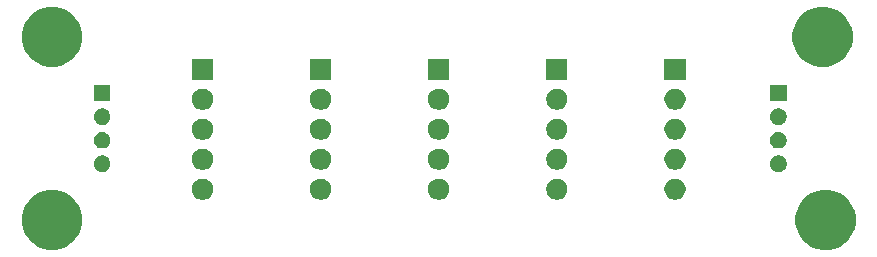
<source format=gbr>
G04 #@! TF.GenerationSoftware,KiCad,Pcbnew,(5.1.5)-3*
G04 #@! TF.CreationDate,2020-08-31T21:18:36+01:00*
G04 #@! TF.ProjectId,groveToPi,67726f76-6554-46f5-9069-2e6b69636164,1.0.1*
G04 #@! TF.SameCoordinates,Original*
G04 #@! TF.FileFunction,Soldermask,Bot*
G04 #@! TF.FilePolarity,Negative*
%FSLAX46Y46*%
G04 Gerber Fmt 4.6, Leading zero omitted, Abs format (unit mm)*
G04 Created by KiCad (PCBNEW (5.1.5)-3) date 2020-08-31 21:18:36*
%MOMM*%
%LPD*%
G04 APERTURE LIST*
%ADD10C,0.150000*%
G04 APERTURE END LIST*
D10*
G36*
X155494041Y-110297226D02*
G01*
X155958257Y-110489510D01*
X156376042Y-110768665D01*
X156731335Y-111123958D01*
X157010490Y-111541743D01*
X157202774Y-112005959D01*
X157300800Y-112498768D01*
X157300800Y-113001232D01*
X157202774Y-113494041D01*
X157010490Y-113958257D01*
X156731335Y-114376042D01*
X156376042Y-114731335D01*
X155958257Y-115010490D01*
X155494041Y-115202774D01*
X155001232Y-115300800D01*
X154498768Y-115300800D01*
X154005959Y-115202774D01*
X153541743Y-115010490D01*
X153123958Y-114731335D01*
X152768665Y-114376042D01*
X152489510Y-113958257D01*
X152297226Y-113494041D01*
X152199200Y-113001232D01*
X152199200Y-112498768D01*
X152297226Y-112005959D01*
X152489510Y-111541743D01*
X152768665Y-111123958D01*
X153123958Y-110768665D01*
X153541743Y-110489510D01*
X154005959Y-110297226D01*
X154498768Y-110199200D01*
X155001232Y-110199200D01*
X155494041Y-110297226D01*
G37*
G36*
X89994041Y-110297226D02*
G01*
X90458257Y-110489510D01*
X90876042Y-110768665D01*
X91231335Y-111123958D01*
X91510490Y-111541743D01*
X91702774Y-112005959D01*
X91800800Y-112498768D01*
X91800800Y-113001232D01*
X91702774Y-113494041D01*
X91510490Y-113958257D01*
X91231335Y-114376042D01*
X90876042Y-114731335D01*
X90458257Y-115010490D01*
X89994041Y-115202774D01*
X89501232Y-115300800D01*
X88998768Y-115300800D01*
X88505959Y-115202774D01*
X88041743Y-115010490D01*
X87623958Y-114731335D01*
X87268665Y-114376042D01*
X86989510Y-113958257D01*
X86797226Y-113494041D01*
X86699200Y-113001232D01*
X86699200Y-112498768D01*
X86797226Y-112005959D01*
X86989510Y-111541743D01*
X87268665Y-111123958D01*
X87623958Y-110768665D01*
X88041743Y-110489510D01*
X88505959Y-110297226D01*
X88998768Y-110199200D01*
X89501232Y-110199200D01*
X89994041Y-110297226D01*
G37*
G36*
X132262754Y-109293817D02*
G01*
X132426689Y-109361721D01*
X132574227Y-109460303D01*
X132699697Y-109585773D01*
X132798279Y-109733311D01*
X132866183Y-109897246D01*
X132900800Y-110071279D01*
X132900800Y-110248721D01*
X132866183Y-110422754D01*
X132798279Y-110586689D01*
X132699697Y-110734227D01*
X132574227Y-110859697D01*
X132426689Y-110958279D01*
X132262754Y-111026183D01*
X132088721Y-111060800D01*
X131911279Y-111060800D01*
X131737246Y-111026183D01*
X131573311Y-110958279D01*
X131425773Y-110859697D01*
X131300303Y-110734227D01*
X131201721Y-110586689D01*
X131133817Y-110422754D01*
X131099200Y-110248721D01*
X131099200Y-110071279D01*
X131133817Y-109897246D01*
X131201721Y-109733311D01*
X131300303Y-109585773D01*
X131425773Y-109460303D01*
X131573311Y-109361721D01*
X131737246Y-109293817D01*
X131911279Y-109259200D01*
X132088721Y-109259200D01*
X132262754Y-109293817D01*
G37*
G36*
X122262754Y-109293817D02*
G01*
X122426689Y-109361721D01*
X122574227Y-109460303D01*
X122699697Y-109585773D01*
X122798279Y-109733311D01*
X122866183Y-109897246D01*
X122900800Y-110071279D01*
X122900800Y-110248721D01*
X122866183Y-110422754D01*
X122798279Y-110586689D01*
X122699697Y-110734227D01*
X122574227Y-110859697D01*
X122426689Y-110958279D01*
X122262754Y-111026183D01*
X122088721Y-111060800D01*
X121911279Y-111060800D01*
X121737246Y-111026183D01*
X121573311Y-110958279D01*
X121425773Y-110859697D01*
X121300303Y-110734227D01*
X121201721Y-110586689D01*
X121133817Y-110422754D01*
X121099200Y-110248721D01*
X121099200Y-110071279D01*
X121133817Y-109897246D01*
X121201721Y-109733311D01*
X121300303Y-109585773D01*
X121425773Y-109460303D01*
X121573311Y-109361721D01*
X121737246Y-109293817D01*
X121911279Y-109259200D01*
X122088721Y-109259200D01*
X122262754Y-109293817D01*
G37*
G36*
X112262754Y-109293817D02*
G01*
X112426689Y-109361721D01*
X112574227Y-109460303D01*
X112699697Y-109585773D01*
X112798279Y-109733311D01*
X112866183Y-109897246D01*
X112900800Y-110071279D01*
X112900800Y-110248721D01*
X112866183Y-110422754D01*
X112798279Y-110586689D01*
X112699697Y-110734227D01*
X112574227Y-110859697D01*
X112426689Y-110958279D01*
X112262754Y-111026183D01*
X112088721Y-111060800D01*
X111911279Y-111060800D01*
X111737246Y-111026183D01*
X111573311Y-110958279D01*
X111425773Y-110859697D01*
X111300303Y-110734227D01*
X111201721Y-110586689D01*
X111133817Y-110422754D01*
X111099200Y-110248721D01*
X111099200Y-110071279D01*
X111133817Y-109897246D01*
X111201721Y-109733311D01*
X111300303Y-109585773D01*
X111425773Y-109460303D01*
X111573311Y-109361721D01*
X111737246Y-109293817D01*
X111911279Y-109259200D01*
X112088721Y-109259200D01*
X112262754Y-109293817D01*
G37*
G36*
X102262754Y-109293817D02*
G01*
X102426689Y-109361721D01*
X102574227Y-109460303D01*
X102699697Y-109585773D01*
X102798279Y-109733311D01*
X102866183Y-109897246D01*
X102900800Y-110071279D01*
X102900800Y-110248721D01*
X102866183Y-110422754D01*
X102798279Y-110586689D01*
X102699697Y-110734227D01*
X102574227Y-110859697D01*
X102426689Y-110958279D01*
X102262754Y-111026183D01*
X102088721Y-111060800D01*
X101911279Y-111060800D01*
X101737246Y-111026183D01*
X101573311Y-110958279D01*
X101425773Y-110859697D01*
X101300303Y-110734227D01*
X101201721Y-110586689D01*
X101133817Y-110422754D01*
X101099200Y-110248721D01*
X101099200Y-110071279D01*
X101133817Y-109897246D01*
X101201721Y-109733311D01*
X101300303Y-109585773D01*
X101425773Y-109460303D01*
X101573311Y-109361721D01*
X101737246Y-109293817D01*
X101911279Y-109259200D01*
X102088721Y-109259200D01*
X102262754Y-109293817D01*
G37*
G36*
X142262754Y-109293817D02*
G01*
X142426689Y-109361721D01*
X142574227Y-109460303D01*
X142699697Y-109585773D01*
X142798279Y-109733311D01*
X142866183Y-109897246D01*
X142900800Y-110071279D01*
X142900800Y-110248721D01*
X142866183Y-110422754D01*
X142798279Y-110586689D01*
X142699697Y-110734227D01*
X142574227Y-110859697D01*
X142426689Y-110958279D01*
X142262754Y-111026183D01*
X142088721Y-111060800D01*
X141911279Y-111060800D01*
X141737246Y-111026183D01*
X141573311Y-110958279D01*
X141425773Y-110859697D01*
X141300303Y-110734227D01*
X141201721Y-110586689D01*
X141133817Y-110422754D01*
X141099200Y-110248721D01*
X141099200Y-110071279D01*
X141133817Y-109897246D01*
X141201721Y-109733311D01*
X141300303Y-109585773D01*
X141425773Y-109460303D01*
X141573311Y-109361721D01*
X141737246Y-109293817D01*
X141911279Y-109259200D01*
X142088721Y-109259200D01*
X142262754Y-109293817D01*
G37*
G36*
X93705583Y-107322285D02*
G01*
X93833847Y-107375414D01*
X93949285Y-107452547D01*
X94047453Y-107550715D01*
X94124586Y-107666153D01*
X94177715Y-107794417D01*
X94204800Y-107930583D01*
X94204800Y-108069417D01*
X94177715Y-108205583D01*
X94124586Y-108333847D01*
X94124585Y-108333848D01*
X94068171Y-108418279D01*
X94047453Y-108449285D01*
X93949285Y-108547453D01*
X93833847Y-108624586D01*
X93705583Y-108677715D01*
X93569417Y-108704800D01*
X93430583Y-108704800D01*
X93294417Y-108677715D01*
X93166153Y-108624586D01*
X93050715Y-108547453D01*
X92952547Y-108449285D01*
X92931830Y-108418279D01*
X92875415Y-108333848D01*
X92875414Y-108333847D01*
X92822285Y-108205583D01*
X92795200Y-108069417D01*
X92795200Y-107930583D01*
X92822285Y-107794417D01*
X92875414Y-107666153D01*
X92952547Y-107550715D01*
X93050715Y-107452547D01*
X93166153Y-107375414D01*
X93294417Y-107322285D01*
X93430583Y-107295200D01*
X93569417Y-107295200D01*
X93705583Y-107322285D01*
G37*
G36*
X150955583Y-107322285D02*
G01*
X151083847Y-107375414D01*
X151199285Y-107452547D01*
X151297453Y-107550715D01*
X151374586Y-107666153D01*
X151427715Y-107794417D01*
X151454800Y-107930583D01*
X151454800Y-108069417D01*
X151427715Y-108205583D01*
X151374586Y-108333847D01*
X151374585Y-108333848D01*
X151318171Y-108418279D01*
X151297453Y-108449285D01*
X151199285Y-108547453D01*
X151083847Y-108624586D01*
X150955583Y-108677715D01*
X150819417Y-108704800D01*
X150680583Y-108704800D01*
X150544417Y-108677715D01*
X150416153Y-108624586D01*
X150300715Y-108547453D01*
X150202547Y-108449285D01*
X150181830Y-108418279D01*
X150125415Y-108333848D01*
X150125414Y-108333847D01*
X150072285Y-108205583D01*
X150045200Y-108069417D01*
X150045200Y-107930583D01*
X150072285Y-107794417D01*
X150125414Y-107666153D01*
X150202547Y-107550715D01*
X150300715Y-107452547D01*
X150416153Y-107375414D01*
X150544417Y-107322285D01*
X150680583Y-107295200D01*
X150819417Y-107295200D01*
X150955583Y-107322285D01*
G37*
G36*
X142262754Y-106753817D02*
G01*
X142426689Y-106821721D01*
X142574227Y-106920303D01*
X142699697Y-107045773D01*
X142798279Y-107193311D01*
X142866183Y-107357246D01*
X142900800Y-107531279D01*
X142900800Y-107708721D01*
X142866183Y-107882754D01*
X142798279Y-108046689D01*
X142699697Y-108194227D01*
X142574227Y-108319697D01*
X142426689Y-108418279D01*
X142262754Y-108486183D01*
X142088721Y-108520800D01*
X141911279Y-108520800D01*
X141737246Y-108486183D01*
X141573311Y-108418279D01*
X141425773Y-108319697D01*
X141300303Y-108194227D01*
X141201721Y-108046689D01*
X141133817Y-107882754D01*
X141099200Y-107708721D01*
X141099200Y-107531279D01*
X141133817Y-107357246D01*
X141201721Y-107193311D01*
X141300303Y-107045773D01*
X141425773Y-106920303D01*
X141573311Y-106821721D01*
X141737246Y-106753817D01*
X141911279Y-106719200D01*
X142088721Y-106719200D01*
X142262754Y-106753817D01*
G37*
G36*
X102262754Y-106753817D02*
G01*
X102426689Y-106821721D01*
X102574227Y-106920303D01*
X102699697Y-107045773D01*
X102798279Y-107193311D01*
X102866183Y-107357246D01*
X102900800Y-107531279D01*
X102900800Y-107708721D01*
X102866183Y-107882754D01*
X102798279Y-108046689D01*
X102699697Y-108194227D01*
X102574227Y-108319697D01*
X102426689Y-108418279D01*
X102262754Y-108486183D01*
X102088721Y-108520800D01*
X101911279Y-108520800D01*
X101737246Y-108486183D01*
X101573311Y-108418279D01*
X101425773Y-108319697D01*
X101300303Y-108194227D01*
X101201721Y-108046689D01*
X101133817Y-107882754D01*
X101099200Y-107708721D01*
X101099200Y-107531279D01*
X101133817Y-107357246D01*
X101201721Y-107193311D01*
X101300303Y-107045773D01*
X101425773Y-106920303D01*
X101573311Y-106821721D01*
X101737246Y-106753817D01*
X101911279Y-106719200D01*
X102088721Y-106719200D01*
X102262754Y-106753817D01*
G37*
G36*
X112262754Y-106753817D02*
G01*
X112426689Y-106821721D01*
X112574227Y-106920303D01*
X112699697Y-107045773D01*
X112798279Y-107193311D01*
X112866183Y-107357246D01*
X112900800Y-107531279D01*
X112900800Y-107708721D01*
X112866183Y-107882754D01*
X112798279Y-108046689D01*
X112699697Y-108194227D01*
X112574227Y-108319697D01*
X112426689Y-108418279D01*
X112262754Y-108486183D01*
X112088721Y-108520800D01*
X111911279Y-108520800D01*
X111737246Y-108486183D01*
X111573311Y-108418279D01*
X111425773Y-108319697D01*
X111300303Y-108194227D01*
X111201721Y-108046689D01*
X111133817Y-107882754D01*
X111099200Y-107708721D01*
X111099200Y-107531279D01*
X111133817Y-107357246D01*
X111201721Y-107193311D01*
X111300303Y-107045773D01*
X111425773Y-106920303D01*
X111573311Y-106821721D01*
X111737246Y-106753817D01*
X111911279Y-106719200D01*
X112088721Y-106719200D01*
X112262754Y-106753817D01*
G37*
G36*
X122262754Y-106753817D02*
G01*
X122426689Y-106821721D01*
X122574227Y-106920303D01*
X122699697Y-107045773D01*
X122798279Y-107193311D01*
X122866183Y-107357246D01*
X122900800Y-107531279D01*
X122900800Y-107708721D01*
X122866183Y-107882754D01*
X122798279Y-108046689D01*
X122699697Y-108194227D01*
X122574227Y-108319697D01*
X122426689Y-108418279D01*
X122262754Y-108486183D01*
X122088721Y-108520800D01*
X121911279Y-108520800D01*
X121737246Y-108486183D01*
X121573311Y-108418279D01*
X121425773Y-108319697D01*
X121300303Y-108194227D01*
X121201721Y-108046689D01*
X121133817Y-107882754D01*
X121099200Y-107708721D01*
X121099200Y-107531279D01*
X121133817Y-107357246D01*
X121201721Y-107193311D01*
X121300303Y-107045773D01*
X121425773Y-106920303D01*
X121573311Y-106821721D01*
X121737246Y-106753817D01*
X121911279Y-106719200D01*
X122088721Y-106719200D01*
X122262754Y-106753817D01*
G37*
G36*
X132262754Y-106753817D02*
G01*
X132426689Y-106821721D01*
X132574227Y-106920303D01*
X132699697Y-107045773D01*
X132798279Y-107193311D01*
X132866183Y-107357246D01*
X132900800Y-107531279D01*
X132900800Y-107708721D01*
X132866183Y-107882754D01*
X132798279Y-108046689D01*
X132699697Y-108194227D01*
X132574227Y-108319697D01*
X132426689Y-108418279D01*
X132262754Y-108486183D01*
X132088721Y-108520800D01*
X131911279Y-108520800D01*
X131737246Y-108486183D01*
X131573311Y-108418279D01*
X131425773Y-108319697D01*
X131300303Y-108194227D01*
X131201721Y-108046689D01*
X131133817Y-107882754D01*
X131099200Y-107708721D01*
X131099200Y-107531279D01*
X131133817Y-107357246D01*
X131201721Y-107193311D01*
X131300303Y-107045773D01*
X131425773Y-106920303D01*
X131573311Y-106821721D01*
X131737246Y-106753817D01*
X131911279Y-106719200D01*
X132088721Y-106719200D01*
X132262754Y-106753817D01*
G37*
G36*
X93705583Y-105322285D02*
G01*
X93833847Y-105375414D01*
X93949285Y-105452547D01*
X94047453Y-105550715D01*
X94124586Y-105666153D01*
X94177715Y-105794417D01*
X94204800Y-105930583D01*
X94204800Y-106069417D01*
X94177715Y-106205583D01*
X94124586Y-106333847D01*
X94047453Y-106449285D01*
X93949285Y-106547453D01*
X93833847Y-106624586D01*
X93705583Y-106677715D01*
X93569417Y-106704800D01*
X93430583Y-106704800D01*
X93294417Y-106677715D01*
X93166153Y-106624586D01*
X93050715Y-106547453D01*
X92952547Y-106449285D01*
X92875414Y-106333847D01*
X92822285Y-106205583D01*
X92795200Y-106069417D01*
X92795200Y-105930583D01*
X92822285Y-105794417D01*
X92875414Y-105666153D01*
X92952547Y-105550715D01*
X93050715Y-105452547D01*
X93166153Y-105375414D01*
X93294417Y-105322285D01*
X93430583Y-105295200D01*
X93569417Y-105295200D01*
X93705583Y-105322285D01*
G37*
G36*
X150955583Y-105322285D02*
G01*
X151083847Y-105375414D01*
X151199285Y-105452547D01*
X151297453Y-105550715D01*
X151374586Y-105666153D01*
X151427715Y-105794417D01*
X151454800Y-105930583D01*
X151454800Y-106069417D01*
X151427715Y-106205583D01*
X151374586Y-106333847D01*
X151297453Y-106449285D01*
X151199285Y-106547453D01*
X151083847Y-106624586D01*
X150955583Y-106677715D01*
X150819417Y-106704800D01*
X150680583Y-106704800D01*
X150544417Y-106677715D01*
X150416153Y-106624586D01*
X150300715Y-106547453D01*
X150202547Y-106449285D01*
X150125414Y-106333847D01*
X150072285Y-106205583D01*
X150045200Y-106069417D01*
X150045200Y-105930583D01*
X150072285Y-105794417D01*
X150125414Y-105666153D01*
X150202547Y-105550715D01*
X150300715Y-105452547D01*
X150416153Y-105375414D01*
X150544417Y-105322285D01*
X150680583Y-105295200D01*
X150819417Y-105295200D01*
X150955583Y-105322285D01*
G37*
G36*
X132262754Y-104213817D02*
G01*
X132426689Y-104281721D01*
X132574227Y-104380303D01*
X132699697Y-104505773D01*
X132798279Y-104653311D01*
X132866183Y-104817246D01*
X132900800Y-104991279D01*
X132900800Y-105168721D01*
X132866183Y-105342754D01*
X132798279Y-105506689D01*
X132699697Y-105654227D01*
X132574227Y-105779697D01*
X132426689Y-105878279D01*
X132262754Y-105946183D01*
X132088721Y-105980800D01*
X131911279Y-105980800D01*
X131737246Y-105946183D01*
X131573311Y-105878279D01*
X131425773Y-105779697D01*
X131300303Y-105654227D01*
X131201721Y-105506689D01*
X131133817Y-105342754D01*
X131099200Y-105168721D01*
X131099200Y-104991279D01*
X131133817Y-104817246D01*
X131201721Y-104653311D01*
X131300303Y-104505773D01*
X131425773Y-104380303D01*
X131573311Y-104281721D01*
X131737246Y-104213817D01*
X131911279Y-104179200D01*
X132088721Y-104179200D01*
X132262754Y-104213817D01*
G37*
G36*
X122262754Y-104213817D02*
G01*
X122426689Y-104281721D01*
X122574227Y-104380303D01*
X122699697Y-104505773D01*
X122798279Y-104653311D01*
X122866183Y-104817246D01*
X122900800Y-104991279D01*
X122900800Y-105168721D01*
X122866183Y-105342754D01*
X122798279Y-105506689D01*
X122699697Y-105654227D01*
X122574227Y-105779697D01*
X122426689Y-105878279D01*
X122262754Y-105946183D01*
X122088721Y-105980800D01*
X121911279Y-105980800D01*
X121737246Y-105946183D01*
X121573311Y-105878279D01*
X121425773Y-105779697D01*
X121300303Y-105654227D01*
X121201721Y-105506689D01*
X121133817Y-105342754D01*
X121099200Y-105168721D01*
X121099200Y-104991279D01*
X121133817Y-104817246D01*
X121201721Y-104653311D01*
X121300303Y-104505773D01*
X121425773Y-104380303D01*
X121573311Y-104281721D01*
X121737246Y-104213817D01*
X121911279Y-104179200D01*
X122088721Y-104179200D01*
X122262754Y-104213817D01*
G37*
G36*
X142262754Y-104213817D02*
G01*
X142426689Y-104281721D01*
X142574227Y-104380303D01*
X142699697Y-104505773D01*
X142798279Y-104653311D01*
X142866183Y-104817246D01*
X142900800Y-104991279D01*
X142900800Y-105168721D01*
X142866183Y-105342754D01*
X142798279Y-105506689D01*
X142699697Y-105654227D01*
X142574227Y-105779697D01*
X142426689Y-105878279D01*
X142262754Y-105946183D01*
X142088721Y-105980800D01*
X141911279Y-105980800D01*
X141737246Y-105946183D01*
X141573311Y-105878279D01*
X141425773Y-105779697D01*
X141300303Y-105654227D01*
X141201721Y-105506689D01*
X141133817Y-105342754D01*
X141099200Y-105168721D01*
X141099200Y-104991279D01*
X141133817Y-104817246D01*
X141201721Y-104653311D01*
X141300303Y-104505773D01*
X141425773Y-104380303D01*
X141573311Y-104281721D01*
X141737246Y-104213817D01*
X141911279Y-104179200D01*
X142088721Y-104179200D01*
X142262754Y-104213817D01*
G37*
G36*
X112262754Y-104213817D02*
G01*
X112426689Y-104281721D01*
X112574227Y-104380303D01*
X112699697Y-104505773D01*
X112798279Y-104653311D01*
X112866183Y-104817246D01*
X112900800Y-104991279D01*
X112900800Y-105168721D01*
X112866183Y-105342754D01*
X112798279Y-105506689D01*
X112699697Y-105654227D01*
X112574227Y-105779697D01*
X112426689Y-105878279D01*
X112262754Y-105946183D01*
X112088721Y-105980800D01*
X111911279Y-105980800D01*
X111737246Y-105946183D01*
X111573311Y-105878279D01*
X111425773Y-105779697D01*
X111300303Y-105654227D01*
X111201721Y-105506689D01*
X111133817Y-105342754D01*
X111099200Y-105168721D01*
X111099200Y-104991279D01*
X111133817Y-104817246D01*
X111201721Y-104653311D01*
X111300303Y-104505773D01*
X111425773Y-104380303D01*
X111573311Y-104281721D01*
X111737246Y-104213817D01*
X111911279Y-104179200D01*
X112088721Y-104179200D01*
X112262754Y-104213817D01*
G37*
G36*
X102262754Y-104213817D02*
G01*
X102426689Y-104281721D01*
X102574227Y-104380303D01*
X102699697Y-104505773D01*
X102798279Y-104653311D01*
X102866183Y-104817246D01*
X102900800Y-104991279D01*
X102900800Y-105168721D01*
X102866183Y-105342754D01*
X102798279Y-105506689D01*
X102699697Y-105654227D01*
X102574227Y-105779697D01*
X102426689Y-105878279D01*
X102262754Y-105946183D01*
X102088721Y-105980800D01*
X101911279Y-105980800D01*
X101737246Y-105946183D01*
X101573311Y-105878279D01*
X101425773Y-105779697D01*
X101300303Y-105654227D01*
X101201721Y-105506689D01*
X101133817Y-105342754D01*
X101099200Y-105168721D01*
X101099200Y-104991279D01*
X101133817Y-104817246D01*
X101201721Y-104653311D01*
X101300303Y-104505773D01*
X101425773Y-104380303D01*
X101573311Y-104281721D01*
X101737246Y-104213817D01*
X101911279Y-104179200D01*
X102088721Y-104179200D01*
X102262754Y-104213817D01*
G37*
G36*
X93705583Y-103322285D02*
G01*
X93833847Y-103375414D01*
X93833848Y-103375415D01*
X93931705Y-103440800D01*
X93949285Y-103452547D01*
X94047453Y-103550715D01*
X94124586Y-103666153D01*
X94177715Y-103794417D01*
X94204800Y-103930583D01*
X94204800Y-104069417D01*
X94177715Y-104205583D01*
X94124586Y-104333847D01*
X94047453Y-104449285D01*
X93949285Y-104547453D01*
X93833847Y-104624586D01*
X93705583Y-104677715D01*
X93569417Y-104704800D01*
X93430583Y-104704800D01*
X93294417Y-104677715D01*
X93166153Y-104624586D01*
X93050715Y-104547453D01*
X92952547Y-104449285D01*
X92875414Y-104333847D01*
X92822285Y-104205583D01*
X92795200Y-104069417D01*
X92795200Y-103930583D01*
X92822285Y-103794417D01*
X92875414Y-103666153D01*
X92952547Y-103550715D01*
X93050715Y-103452547D01*
X93068296Y-103440800D01*
X93166152Y-103375415D01*
X93166153Y-103375414D01*
X93294417Y-103322285D01*
X93430583Y-103295200D01*
X93569417Y-103295200D01*
X93705583Y-103322285D01*
G37*
G36*
X150955583Y-103322285D02*
G01*
X151083847Y-103375414D01*
X151083848Y-103375415D01*
X151181705Y-103440800D01*
X151199285Y-103452547D01*
X151297453Y-103550715D01*
X151374586Y-103666153D01*
X151427715Y-103794417D01*
X151454800Y-103930583D01*
X151454800Y-104069417D01*
X151427715Y-104205583D01*
X151374586Y-104333847D01*
X151297453Y-104449285D01*
X151199285Y-104547453D01*
X151083847Y-104624586D01*
X150955583Y-104677715D01*
X150819417Y-104704800D01*
X150680583Y-104704800D01*
X150544417Y-104677715D01*
X150416153Y-104624586D01*
X150300715Y-104547453D01*
X150202547Y-104449285D01*
X150125414Y-104333847D01*
X150072285Y-104205583D01*
X150045200Y-104069417D01*
X150045200Y-103930583D01*
X150072285Y-103794417D01*
X150125414Y-103666153D01*
X150202547Y-103550715D01*
X150300715Y-103452547D01*
X150318296Y-103440800D01*
X150416152Y-103375415D01*
X150416153Y-103375414D01*
X150544417Y-103322285D01*
X150680583Y-103295200D01*
X150819417Y-103295200D01*
X150955583Y-103322285D01*
G37*
G36*
X102262754Y-101673817D02*
G01*
X102426689Y-101741721D01*
X102574227Y-101840303D01*
X102699697Y-101965773D01*
X102798279Y-102113311D01*
X102866183Y-102277246D01*
X102900800Y-102451279D01*
X102900800Y-102628721D01*
X102866183Y-102802754D01*
X102798279Y-102966689D01*
X102699697Y-103114227D01*
X102574227Y-103239697D01*
X102426689Y-103338279D01*
X102262754Y-103406183D01*
X102088721Y-103440800D01*
X101911279Y-103440800D01*
X101737246Y-103406183D01*
X101573311Y-103338279D01*
X101425773Y-103239697D01*
X101300303Y-103114227D01*
X101201721Y-102966689D01*
X101133817Y-102802754D01*
X101099200Y-102628721D01*
X101099200Y-102451279D01*
X101133817Y-102277246D01*
X101201721Y-102113311D01*
X101300303Y-101965773D01*
X101425773Y-101840303D01*
X101573311Y-101741721D01*
X101737246Y-101673817D01*
X101911279Y-101639200D01*
X102088721Y-101639200D01*
X102262754Y-101673817D01*
G37*
G36*
X142262754Y-101673817D02*
G01*
X142426689Y-101741721D01*
X142574227Y-101840303D01*
X142699697Y-101965773D01*
X142798279Y-102113311D01*
X142866183Y-102277246D01*
X142900800Y-102451279D01*
X142900800Y-102628721D01*
X142866183Y-102802754D01*
X142798279Y-102966689D01*
X142699697Y-103114227D01*
X142574227Y-103239697D01*
X142426689Y-103338279D01*
X142262754Y-103406183D01*
X142088721Y-103440800D01*
X141911279Y-103440800D01*
X141737246Y-103406183D01*
X141573311Y-103338279D01*
X141425773Y-103239697D01*
X141300303Y-103114227D01*
X141201721Y-102966689D01*
X141133817Y-102802754D01*
X141099200Y-102628721D01*
X141099200Y-102451279D01*
X141133817Y-102277246D01*
X141201721Y-102113311D01*
X141300303Y-101965773D01*
X141425773Y-101840303D01*
X141573311Y-101741721D01*
X141737246Y-101673817D01*
X141911279Y-101639200D01*
X142088721Y-101639200D01*
X142262754Y-101673817D01*
G37*
G36*
X132262754Y-101673817D02*
G01*
X132426689Y-101741721D01*
X132574227Y-101840303D01*
X132699697Y-101965773D01*
X132798279Y-102113311D01*
X132866183Y-102277246D01*
X132900800Y-102451279D01*
X132900800Y-102628721D01*
X132866183Y-102802754D01*
X132798279Y-102966689D01*
X132699697Y-103114227D01*
X132574227Y-103239697D01*
X132426689Y-103338279D01*
X132262754Y-103406183D01*
X132088721Y-103440800D01*
X131911279Y-103440800D01*
X131737246Y-103406183D01*
X131573311Y-103338279D01*
X131425773Y-103239697D01*
X131300303Y-103114227D01*
X131201721Y-102966689D01*
X131133817Y-102802754D01*
X131099200Y-102628721D01*
X131099200Y-102451279D01*
X131133817Y-102277246D01*
X131201721Y-102113311D01*
X131300303Y-101965773D01*
X131425773Y-101840303D01*
X131573311Y-101741721D01*
X131737246Y-101673817D01*
X131911279Y-101639200D01*
X132088721Y-101639200D01*
X132262754Y-101673817D01*
G37*
G36*
X122262754Y-101673817D02*
G01*
X122426689Y-101741721D01*
X122574227Y-101840303D01*
X122699697Y-101965773D01*
X122798279Y-102113311D01*
X122866183Y-102277246D01*
X122900800Y-102451279D01*
X122900800Y-102628721D01*
X122866183Y-102802754D01*
X122798279Y-102966689D01*
X122699697Y-103114227D01*
X122574227Y-103239697D01*
X122426689Y-103338279D01*
X122262754Y-103406183D01*
X122088721Y-103440800D01*
X121911279Y-103440800D01*
X121737246Y-103406183D01*
X121573311Y-103338279D01*
X121425773Y-103239697D01*
X121300303Y-103114227D01*
X121201721Y-102966689D01*
X121133817Y-102802754D01*
X121099200Y-102628721D01*
X121099200Y-102451279D01*
X121133817Y-102277246D01*
X121201721Y-102113311D01*
X121300303Y-101965773D01*
X121425773Y-101840303D01*
X121573311Y-101741721D01*
X121737246Y-101673817D01*
X121911279Y-101639200D01*
X122088721Y-101639200D01*
X122262754Y-101673817D01*
G37*
G36*
X112262754Y-101673817D02*
G01*
X112426689Y-101741721D01*
X112574227Y-101840303D01*
X112699697Y-101965773D01*
X112798279Y-102113311D01*
X112866183Y-102277246D01*
X112900800Y-102451279D01*
X112900800Y-102628721D01*
X112866183Y-102802754D01*
X112798279Y-102966689D01*
X112699697Y-103114227D01*
X112574227Y-103239697D01*
X112426689Y-103338279D01*
X112262754Y-103406183D01*
X112088721Y-103440800D01*
X111911279Y-103440800D01*
X111737246Y-103406183D01*
X111573311Y-103338279D01*
X111425773Y-103239697D01*
X111300303Y-103114227D01*
X111201721Y-102966689D01*
X111133817Y-102802754D01*
X111099200Y-102628721D01*
X111099200Y-102451279D01*
X111133817Y-102277246D01*
X111201721Y-102113311D01*
X111300303Y-101965773D01*
X111425773Y-101840303D01*
X111573311Y-101741721D01*
X111737246Y-101673817D01*
X111911279Y-101639200D01*
X112088721Y-101639200D01*
X112262754Y-101673817D01*
G37*
G36*
X151454800Y-102704800D02*
G01*
X150045200Y-102704800D01*
X150045200Y-101295200D01*
X151454800Y-101295200D01*
X151454800Y-102704800D01*
G37*
G36*
X94204800Y-102704800D02*
G01*
X92795200Y-102704800D01*
X92795200Y-101295200D01*
X94204800Y-101295200D01*
X94204800Y-102704800D01*
G37*
G36*
X112900800Y-100900800D02*
G01*
X111099200Y-100900800D01*
X111099200Y-99099200D01*
X112900800Y-99099200D01*
X112900800Y-100900800D01*
G37*
G36*
X102900800Y-100900800D02*
G01*
X101099200Y-100900800D01*
X101099200Y-99099200D01*
X102900800Y-99099200D01*
X102900800Y-100900800D01*
G37*
G36*
X142900800Y-100900800D02*
G01*
X141099200Y-100900800D01*
X141099200Y-99099200D01*
X142900800Y-99099200D01*
X142900800Y-100900800D01*
G37*
G36*
X132900800Y-100900800D02*
G01*
X131099200Y-100900800D01*
X131099200Y-99099200D01*
X132900800Y-99099200D01*
X132900800Y-100900800D01*
G37*
G36*
X122900800Y-100900800D02*
G01*
X121099200Y-100900800D01*
X121099200Y-99099200D01*
X122900800Y-99099200D01*
X122900800Y-100900800D01*
G37*
G36*
X89994041Y-94797226D02*
G01*
X90458257Y-94989510D01*
X90876042Y-95268665D01*
X91231335Y-95623958D01*
X91510490Y-96041743D01*
X91702774Y-96505959D01*
X91800800Y-96998768D01*
X91800800Y-97501232D01*
X91702774Y-97994041D01*
X91510490Y-98458257D01*
X91231335Y-98876042D01*
X90876042Y-99231335D01*
X90458257Y-99510490D01*
X89994041Y-99702774D01*
X89501232Y-99800800D01*
X88998768Y-99800800D01*
X88505959Y-99702774D01*
X88041743Y-99510490D01*
X87623958Y-99231335D01*
X87268665Y-98876042D01*
X86989510Y-98458257D01*
X86797226Y-97994041D01*
X86699200Y-97501232D01*
X86699200Y-96998768D01*
X86797226Y-96505959D01*
X86989510Y-96041743D01*
X87268665Y-95623958D01*
X87623958Y-95268665D01*
X88041743Y-94989510D01*
X88505959Y-94797226D01*
X88998768Y-94699200D01*
X89501232Y-94699200D01*
X89994041Y-94797226D01*
G37*
G36*
X155244041Y-94797226D02*
G01*
X155708257Y-94989510D01*
X156126042Y-95268665D01*
X156481335Y-95623958D01*
X156760490Y-96041743D01*
X156952774Y-96505959D01*
X157050800Y-96998768D01*
X157050800Y-97501232D01*
X156952774Y-97994041D01*
X156760490Y-98458257D01*
X156481335Y-98876042D01*
X156126042Y-99231335D01*
X155708257Y-99510490D01*
X155244041Y-99702774D01*
X154751232Y-99800800D01*
X154248768Y-99800800D01*
X153755959Y-99702774D01*
X153291743Y-99510490D01*
X152873958Y-99231335D01*
X152518665Y-98876042D01*
X152239510Y-98458257D01*
X152047226Y-97994041D01*
X151949200Y-97501232D01*
X151949200Y-96998768D01*
X152047226Y-96505959D01*
X152239510Y-96041743D01*
X152518665Y-95623958D01*
X152873958Y-95268665D01*
X153291743Y-94989510D01*
X153755959Y-94797226D01*
X154248768Y-94699200D01*
X154751232Y-94699200D01*
X155244041Y-94797226D01*
G37*
M02*

</source>
